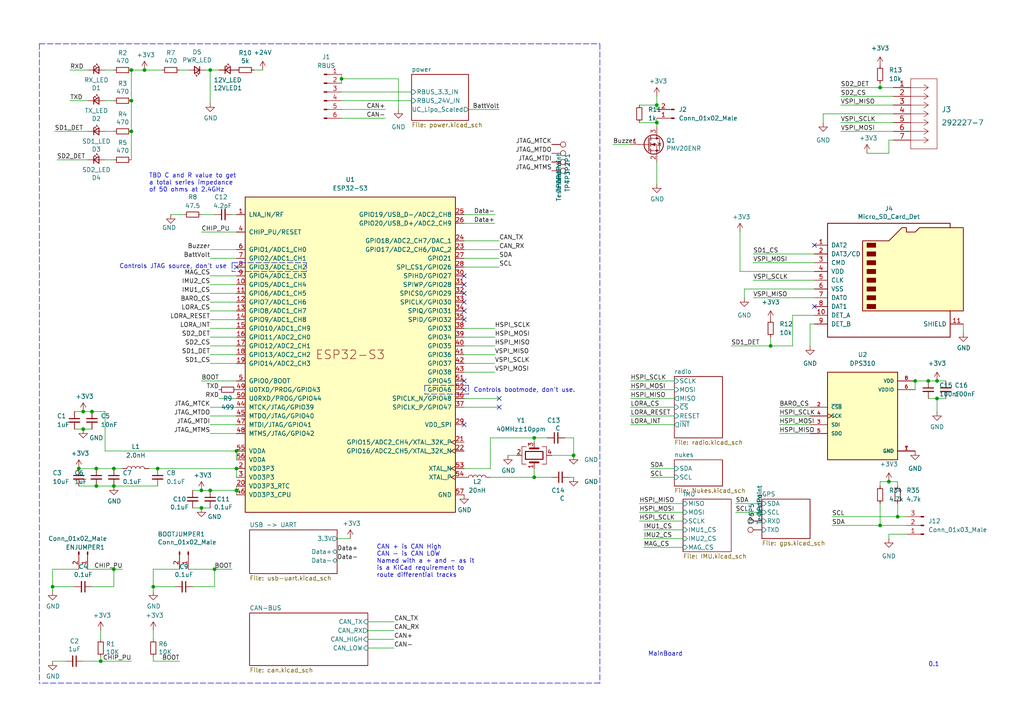
<source format=kicad_sch>
(kicad_sch (version 20211123) (generator eeschema)
  (paper "A4")
  (lib_symbols
    (symbol "Connector:Conn_01x02_Male" (pin_names (offset 1.016) hide)
      (property "Reference" "J" (at 0 2.54 0))
      (property "Value" "Conn_01x02_Male" (at 0 -5.08 0))
      (symbol "Conn_01x02_Male_1_1"
        (pin passive line (at 5.08 0 180) (length 3.81) (name "Pin_1") (number "1"))
        (pin passive line (at 5.08 -2.54 180) (length 3.81) (name "Pin_2") (number "2"))
      )
    )
    (symbol "Connector:Conn_01x03_Male" (pin_names (offset 1.016) hide)
      (property "Reference" "J" (at 0 5.08 0))
      (property "Value" "Conn_01x03_Male" (at 0 -5.08 0))
      (symbol "Conn_01x03_Male_1_1"
        (pin passive line (at 5.08 2.54 180) (length 3.81) (name "Pin_1") (number "1"))
        (pin passive line (at 5.08 0 180) (length 3.81) (name "Pin_2") (number "2"))
        (pin passive line (at 5.08 -2.54 180) (length 3.81) (name "Pin_3") (number "3"))
      )
    )
    (symbol "Connector:Conn_01x06_Male" (pin_names (offset 1.016) hide)
      (property "Reference" "J" (at 0 7.62 0))
      (property "Value" "Conn_01x06_Male" (at 0 -10.16 0))
      (symbol "Conn_01x06_Male_1_1"
        (pin passive line (at 5.08 5.08 180) (length 3.81) (name "Pin_1") (number "1"))
        (pin passive line (at 5.08 2.54 180) (length 3.81) (name "Pin_2") (number "2"))
        (pin passive line (at 5.08 0 180) (length 3.81) (name "Pin_3") (number "3"))
        (pin passive line (at 5.08 -2.54 180) (length 3.81) (name "Pin_4") (number "4"))
        (pin passive line (at 5.08 -5.08 180) (length 3.81) (name "Pin_5") (number "5"))
        (pin passive line (at 5.08 -7.62 180) (length 3.81) (name "Pin_6") (number "6"))
      )
    )
    (symbol "Connector:Micro_SD_Card_Det_Hirose_DM3AT" (pin_names (offset 1.016))
      (property "Reference" "J" (at -16.51 17.78 0))
      (property "Value" "Micro_SD_Card_Det_Hirose_DM3AT" (at 16.51 17.78 0))
      (symbol "Micro_SD_Card_Det_Hirose_DM3AT_1_1"
        (pin bidirectional line (at -22.86 10.16 0) (length 3.81) (name "DAT2") (number "1"))
        (pin passive line (at -22.86 -10.16 0) (length 3.81) (name "DET_A") (number "10"))
        (pin passive line (at 20.32 -12.7 180) (length 3.81) (name "SHIELD") (number "11"))
        (pin bidirectional line (at -22.86 7.62 0) (length 3.81) (name "DAT3/CD") (number "2"))
        (pin input line (at -22.86 5.08 0) (length 3.81) (name "CMD") (number "3"))
        (pin power_in line (at -22.86 2.54 0) (length 3.81) (name "VDD") (number "4"))
        (pin input line (at -22.86 0 0) (length 3.81) (name "CLK") (number "5"))
        (pin power_in line (at -22.86 -2.54 0) (length 3.81) (name "VSS") (number "6"))
        (pin bidirectional line (at -22.86 -5.08 0) (length 3.81) (name "DAT0") (number "7"))
        (pin bidirectional line (at -22.86 -7.62 0) (length 3.81) (name "DAT1") (number "8"))
        (pin passive line (at -22.86 -12.7 0) (length 3.81) (name "DET_B") (number "9"))
      )
    )
    (symbol "Connector:TestPoint" (pin_numbers hide) (pin_names (offset 0.762) hide)
      (property "Reference" "TP" (at 0 6.858 0))
      (property "Value" "TestPoint" (at 0 5.08 0))
      (symbol "TestPoint_1_1"
        (pin passive line (at 0 0 90) (length 2.54) (name "1") (number "1"))
      )
    )
    (symbol "Device:C_Small" (pin_numbers hide) (pin_names (offset 0.254) hide)
      (property "Reference" "C" (at 0.254 1.778 0))
      (property "Value" "C_Small" (at 0.254 -2.032 0))
      (symbol "C_Small_1_1"
        (pin passive line (at 0 2.54 270) (length 2.032) (name "~") (number "1"))
        (pin passive line (at 0 -2.54 90) (length 2.032) (name "~") (number "2"))
      )
    )
    (symbol "Device:Crystal_GND24" (pin_names (offset 1.016) hide)
      (property "Reference" "Y" (at 3.175 5.08 0))
      (property "Value" "Crystal_GND24" (at 3.175 3.175 0))
      (symbol "Crystal_GND24_1_1"
        (pin passive line (at -3.81 0 0) (length 1.27) (name "1") (number "1"))
        (pin passive line (at 0 5.08 270) (length 1.27) (name "2") (number "2"))
        (pin passive line (at 3.81 0 180) (length 1.27) (name "3") (number "3"))
        (pin passive line (at 0 -5.08 90) (length 1.27) (name "4") (number "4"))
      )
    )
    (symbol "Device:L" (pin_numbers hide) (pin_names (offset 1.016) hide)
      (property "Reference" "L" (at -1.27 0 90))
      (property "Value" "L" (at 1.905 0 90))
      (symbol "L_1_1"
        (pin passive line (at 0 3.81 270) (length 1.27) (name "1") (number "1"))
        (pin passive line (at 0 -3.81 90) (length 1.27) (name "2") (number "2"))
      )
    )
    (symbol "Device:LED_Small" (pin_numbers hide) (pin_names (offset 0.254) hide)
      (property "Reference" "D" (at -1.27 3.175 0))
      (property "Value" "LED_Small" (at -4.445 -2.54 0))
      (symbol "LED_Small_1_1"
        (pin passive line (at -2.54 0 0) (length 1.778) (name "K") (number "1"))
        (pin passive line (at 2.54 0 180) (length 1.778) (name "A") (number "2"))
      )
    )
    (symbol "Device:Q_NMOS_GSD" (pin_names (offset 0) hide)
      (property "Reference" "Q" (at 5.08 1.27 0))
      (property "Value" "Q_NMOS_GSD" (at 5.08 -1.27 0))
      (symbol "Q_NMOS_GSD_1_1"
        (pin input line (at -5.08 0 0) (length 2.54) (name "G") (number "1"))
        (pin passive line (at 2.54 -5.08 90) (length 2.54) (name "S") (number "2"))
        (pin passive line (at 2.54 5.08 270) (length 2.54) (name "D") (number "3"))
      )
    )
    (symbol "Device:R_Small" (pin_numbers hide) (pin_names (offset 0.254) hide)
      (property "Reference" "R" (at 0.762 0.508 0))
      (property "Value" "R_Small" (at 0.762 -1.016 0))
      (symbol "R_Small_1_1"
        (pin passive line (at 0 2.54 270) (length 0.762) (name "~") (number "1"))
        (pin passive line (at 0 -2.54 90) (length 0.762) (name "~") (number "2"))
      )
    )
    (symbol "Espressif:ESP32-S3" (pin_names (offset 1.016))
      (property "Reference" "U" (at 0 48.26 0))
      (property "Value" "ESP32-S3" (at 0 -48.26 0))
      (symbol "ESP32-S3_0_0"
        (text "ESP32-S3" (at 0 0 0) (effects (font (size 2.54 2.54))))
        (pin bidirectional line (at 33.02 -12.7 180) (length 2.54) (name "SPICLK_N/GPIO48") (number "36"))
        (pin bidirectional line (at 33.02 -15.24 180) (length 2.54) (name "SPICLK_P/GPIO47") (number "37"))
      )
      (symbol "ESP32-S3_1_1"
        (pin bidirectional line (at -33.02 40.64 0) (length 2.54) (name "LNA_IN/RF") (number "1"))
        (pin bidirectional line (at -33.02 20.32 0) (length 2.54) (name "GPIO5/ADC1_CH4") (number "10"))
        (pin bidirectional line (at -33.02 17.78 0) (length 2.54) (name "GPIO6/ADC1_CH5") (number "11"))
        (pin bidirectional line (at -33.02 15.24 0) (length 2.54) (name "GPIO7/ADC1_CH6") (number "12"))
        (pin bidirectional line (at -33.02 12.7 0) (length 2.54) (name "GPIO8/ADC1_CH7") (number "13"))
        (pin bidirectional line (at -33.02 10.16 0) (length 2.54) (name "GPIO9/ADC1_CH8") (number "14"))
        (pin bidirectional line (at -33.02 7.62 0) (length 2.54) (name "GPIO10/ADC1_CH9") (number "15"))
        (pin bidirectional line (at -33.02 5.08 0) (length 2.54) (name "GPIO11/ADC2_CH0") (number "16"))
        (pin bidirectional line (at -33.02 2.54 0) (length 2.54) (name "GPIO12/ADC2_CH1") (number "17"))
        (pin bidirectional line (at -33.02 0 0) (length 2.54) (name "GPIO13/ADC2_CH2") (number "18"))
        (pin bidirectional line (at -33.02 -2.54 0) (length 2.54) (name "GPIO14/ADC2_CH3") (number "19"))
        (pin power_in line (at -33.02 -33.02 0) (length 2.54) (name "VDD3P3") (number "2"))
        (pin power_in line (at -33.02 -38.1 0) (length 2.54) (name "VDD3P3_RTC") (number "20"))
        (pin input clock (at 33.02 -25.4 180) (length 2.54) (name "GPIO15/ADC2_CH4/XTAL_32K_P") (number "21"))
        (pin output clock (at 33.02 -27.94 180) (length 2.54) (name "GPIO16/ADC2_CH5/XTAL_32K_N") (number "22"))
        (pin bidirectional line (at 33.02 30.48 180) (length 2.54) (name "GPIO17/ADC2_CH6/DAC_2") (number "23"))
        (pin bidirectional line (at 33.02 33.02 180) (length 2.54) (name "GPIO18/ADC2_CH7/DAC_1") (number "24"))
        (pin bidirectional line (at 33.02 40.64 180) (length 2.54) (name "GPIO19/USB_D-/ADC2_CH8") (number "25"))
        (pin bidirectional line (at 33.02 38.1 180) (length 2.54) (name "GPIO20/USB_D+/ADC2_CH9") (number "26"))
        (pin bidirectional line (at 33.02 27.94 180) (length 2.54) (name "GPIO21") (number "27"))
        (pin bidirectional line (at 33.02 25.4 180) (length 2.54) (name "SPI_CS1/GPIO26") (number "28"))
        (pin power_out line (at 33.02 -20.32 180) (length 2.54) (name "VDD_SPI") (number "29"))
        (pin power_in line (at -33.02 -35.56 0) (length 2.54) (name "VDD3P3") (number "3"))
        (pin bidirectional line (at 33.02 22.86 180) (length 2.54) (name "SPIHD/GPIO27") (number "30"))
        (pin bidirectional line (at 33.02 20.32 180) (length 2.54) (name "SPIWP/GPIO28") (number "31"))
        (pin bidirectional line (at 33.02 17.78 180) (length 2.54) (name "SPICS0/GPIO29") (number "32"))
        (pin bidirectional line (at 33.02 15.24 180) (length 2.54) (name "SPICLK/GPIO30") (number "33"))
        (pin bidirectional line (at 33.02 12.7 180) (length 2.54) (name "SPIQ/GPIO31") (number "34"))
        (pin bidirectional line (at 33.02 10.16 180) (length 2.54) (name "SPID/GPIO32") (number "35"))
        (pin bidirectional line (at 33.02 7.62 180) (length 2.54) (name "GPIO33") (number "38"))
        (pin bidirectional line (at 33.02 5.08 180) (length 2.54) (name "GPIO34") (number "39"))
        (pin input line (at -33.02 35.56 0) (length 2.54) (name "CHIP_PU/RESET") (number "4"))
        (pin bidirectional line (at 33.02 2.54 180) (length 2.54) (name "GPIO35") (number "40"))
        (pin bidirectional line (at 33.02 0 180) (length 2.54) (name "GPIO36") (number "41"))
        (pin bidirectional line (at 33.02 -2.54 180) (length 2.54) (name "GPIO37") (number "42"))
        (pin bidirectional line (at 33.02 -5.08 180) (length 2.54) (name "GPIO38") (number "43"))
        (pin bidirectional line (at -33.02 -15.24 0) (length 2.54) (name "MTCK/JTAG/GPIO39") (number "44"))
        (pin bidirectional line (at -33.02 -17.78 0) (length 2.54) (name "MTDO/JTAG/GPIO40") (number "45"))
        (pin power_in line (at -33.02 -40.64 0) (length 2.54) (name "VDD3P3_CPU") (number "46"))
        (pin bidirectional line (at -33.02 -20.32 0) (length 2.54) (name "MTDI/JTAG/GPIO41") (number "47"))
        (pin bidirectional line (at -33.02 -22.86 0) (length 2.54) (name "MTMS/JTAG/GPIO42") (number "48"))
        (pin bidirectional line (at -33.02 -10.16 0) (length 2.54) (name "U0TXD/PROG/GPIO43") (number "49"))
        (pin bidirectional line (at -33.02 -7.62 0) (length 2.54) (name "GPIO0/BOOT") (number "5"))
        (pin bidirectional line (at -33.02 -12.7 0) (length 2.54) (name "U0RXD/PROG/GPIO44") (number "50"))
        (pin bidirectional line (at 33.02 -7.62 180) (length 2.54) (name "GPIO45") (number "51"))
        (pin bidirectional line (at 33.02 -10.16 180) (length 2.54) (name "GPIO46") (number "52"))
        (pin input clock (at 33.02 -33.02 180) (length 2.54) (name "XTAL_N") (number "53"))
        (pin output clock (at 33.02 -35.56 180) (length 2.54) (name "XTAL_P") (number "54"))
        (pin power_in line (at -33.02 -27.94 0) (length 2.54) (name "VDDA") (number "55"))
        (pin power_in line (at -33.02 -30.48 0) (length 2.54) (name "VDDA") (number "56"))
        (pin power_in line (at 33.02 -40.64 180) (length 2.54) (name "GND") (number "57"))
        (pin bidirectional line (at -33.02 30.48 0) (length 2.54) (name "GPIO1/ADC1_CH0") (number "6"))
        (pin bidirectional line (at -33.02 27.94 0) (length 2.54) (name "GPIO2/ADC1_CH1") (number "7"))
        (pin bidirectional line (at -33.02 25.4 0) (length 2.54) (name "GPIO3/ADC1_CH2") (number "8"))
        (pin bidirectional line (at -33.02 22.86 0) (length 2.54) (name "GPIO4/ADC1_CH3") (number "9"))
      )
    )
    (symbol "iclr:292227-7" (pin_names (offset 0.254) hide)
      (property "Reference" "J" (at 8.89 6.35 0))
      (property "Value" "292227-7" (at 10.16 -7.62 0))
      (symbol "292227-7_1_1"
        (pin unspecified line (at 0 0 0) (length 5.08) (name "1") (number "1"))
        (pin unspecified line (at 0 -2.54 0) (length 5.08) (name "2") (number "2"))
        (pin unspecified line (at 0 -5.08 0) (length 5.08) (name "3") (number "3"))
        (pin unspecified line (at 0 -7.62 0) (length 5.08) (name "4") (number "4"))
        (pin unspecified line (at 0 -10.16 0) (length 5.08) (name "5") (number "5"))
        (pin unspecified line (at 0 -12.7 0) (length 5.08) (name "6") (number "6"))
        (pin unspecified line (at 0 -15.24 0) (length 5.08) (name "7") (number "7"))
      )
    )
    (symbol "iclr:DPS310" (pin_names (offset 1.016))
      (property "Reference" "U" (at -10.16 13.97 0))
      (property "Value" "DPS310" (at -10.16 -13.97 0))
      (symbol "DPS310_0_0"
        (pin power_in line (at 15.24 -10.16 180) (length 5.08) (name "GND") (number "1"))
        (pin input line (at -15.24 2.54 0) (length 5.08) (name "~{CSB}") (number "2"))
        (pin bidirectional line (at -15.24 -2.54 0) (length 5.08) (name "SDI") (number "3"))
        (pin input clock (at -15.24 0 0) (length 5.08) (name "SCK") (number "4"))
        (pin output line (at -15.24 -5.08 0) (length 5.08) (name "SDO") (number "5"))
        (pin power_in line (at 15.24 7.62 180) (length 5.08) (name "VDDIO") (number "6"))
        (pin power_in line (at 15.24 -10.16 180) (length 5.08) (name "GND") (number "7"))
        (pin power_in line (at 15.24 10.16 180) (length 5.08) (name "VDD") (number "8"))
      )
    )
    (symbol "power:+24V" (power) (pin_names (offset 0))
      (property "Value" "+24V" (at 0 3.556 0))
      (symbol "+24V_1_1"
        (pin power_in line (at 0 0 90) (length 0) hide (name "+24V") (number "1"))
      )
    )
    (symbol "power:+3.3V" (power) (pin_names (offset 0))
      (property "Value" "+3.3V" (at 0 3.556 0))
      (symbol "+3.3V_1_1"
        (pin power_in line (at 0 0 90) (length 0) hide (name "+3V3") (number "1"))
      )
    )
    (symbol "power:GND" (power) (pin_names (offset 0))
      (property "Value" "GND" (at 0 -3.81 0))
      (symbol "GND_1_1"
        (pin power_in line (at 0 0 270) (length 0) hide (name "GND") (number "1"))
      )
    )
  )
  (junction (at 190.5 30.48))
  (junction (at 45.72 135.89))
  (junction (at 33.02 140.97))
  (junction (at 33.02 165.1))
  (junction (at 22.86 135.89))
  (junction (at 41.91 20.32))
  (junction (at 154.94 138.43))
  (junction (at 269.24 110.49))
  (junction (at 255.27 152.4))
  (junction (at 24.13 119.38))
  (junction (at 26.67 119.38))
  (junction (at 99.06 22.86))
  (junction (at 15.24 170.18))
  (junction (at 58.42 147.32))
  (junction (at 60.96 142.24))
  (junction (at 33.02 135.89))
  (junction (at 29.21 191.77))
  (junction (at 24.13 124.46))
  (junction (at 38.1 29.21))
  (junction (at 154.94 127))
  (junction (at 44.45 170.18))
  (junction (at 265.43 110.49))
  (junction (at 166.37 132.08))
  (junction (at 223.52 100.33))
  (junction (at 62.23 165.1))
  (junction (at 68.58 135.89))
  (junction (at 68.58 130.81))
  (junction (at 271.78 110.49))
  (junction (at 27.94 140.97))
  (junction (at 260.35 149.86))
  (junction (at 38.1 38.1))
  (junction (at 257.81 139.7))
  (junction (at 38.1 20.32))
  (junction (at 190.5 35.56))
  (junction (at 255.27 25.4))
  (junction (at 58.42 142.24))
  (junction (at 60.96 20.32))
  (junction (at 27.94 135.89))
  (junction (at 271.78 115.57))
  (junction (at 68.58 142.24))
  (no_connect (at 236.22 71.12))
  (no_connect (at 134.62 110.49))
  (no_connect (at 236.22 88.9))
  (no_connect (at 144.78 118.11))
  (no_connect (at 134.62 90.17))
  (no_connect (at 134.62 80.01))
  (no_connect (at 134.62 92.71))
  (no_connect (at 134.62 113.03))
  (no_connect (at 144.78 115.57))
  (no_connect (at 68.58 77.47))
  (no_connect (at 134.62 123.19))
  (no_connect (at 134.62 82.55))
  (no_connect (at 134.62 85.09))
  (no_connect (at 134.62 87.63))
  (wire (pts (xy 226.06 120.65) (xy 234.95 120.65)))
  (wire (pts (xy 99.06 22.86) (xy 115.57 22.86)))
  (wire (pts (xy 60.96 20.32) (xy 59.69 20.32)))
  (wire (pts (xy 44.45 182.88) (xy 44.45 185.42)))
  (wire (pts (xy 190.5 27.94) (xy 190.5 30.48)))
  (wire (pts (xy 134.62 105.41) (xy 143.51 105.41)))
  (wire (pts (xy 134.62 95.25) (xy 143.51 95.25)))
  (wire (pts (xy 260.35 146.05) (xy 260.35 149.86)))
  (wire (pts (xy 160.02 132.08) (xy 166.37 132.08)))
  (wire (pts (xy 58.42 147.32) (xy 60.96 147.32)))
  (wire (pts (xy 134.62 118.11) (xy 144.78 118.11)))
  (wire (pts (xy 269.24 115.57) (xy 271.78 115.57)))
  (wire (pts (xy 182.88 110.49) (xy 195.58 110.49)))
  (wire (pts (xy 22.86 140.97) (xy 27.94 140.97)))
  (wire (pts (xy 60.96 92.71) (xy 68.58 92.71)))
  (wire (pts (xy 29.21 191.77) (xy 29.21 190.5)))
  (wire (pts (xy 60.96 74.93) (xy 68.58 74.93)))
  (wire (pts (xy 241.3 152.4) (xy 255.27 152.4)))
  (wire (pts (xy 15.24 165.1) (xy 15.24 170.18)))
  (wire (pts (xy 238.76 33.02) (xy 238.76 35.56)))
  (wire (pts (xy 154.94 127) (xy 154.94 128.27)))
  (wire (pts (xy 55.88 142.24) (xy 58.42 142.24)))
  (wire (pts (xy 44.45 165.1) (xy 52.07 165.1)))
  (wire (pts (xy 229.87 100.33) (xy 223.52 100.33)))
  (wire (pts (xy 226.06 125.73) (xy 234.95 125.73)))
  (wire (pts (xy 21.59 119.38) (xy 24.13 119.38)))
  (wire (pts (xy 63.5 20.32) (xy 60.96 20.32)))
  (wire (pts (xy 226.06 118.11) (xy 234.95 118.11)))
  (wire (pts (xy 30.48 20.32) (xy 33.02 20.32)))
  (wire (pts (xy 182.88 120.65) (xy 195.58 120.65)))
  (wire (pts (xy 38.1 20.32) (xy 41.91 20.32)))
  (wire (pts (xy 234.95 100.33) (xy 234.95 93.98)))
  (wire (pts (xy 15.24 170.18) (xy 15.24 171.45)))
  (wire (pts (xy 99.06 21.59) (xy 99.06 22.86)))
  (wire (pts (xy 38.1 29.21) (xy 38.1 38.1)))
  (wire (pts (xy 215.9 83.82) (xy 215.9 86.36)))
  (wire (pts (xy 255.27 140.97) (xy 255.27 139.7)))
  (wire (pts (xy 44.45 165.1) (xy 44.45 170.18)))
  (wire (pts (xy 134.62 102.87) (xy 143.51 102.87)))
  (wire (pts (xy 63.5 115.57) (xy 68.58 115.57)))
  (wire (pts (xy 97.79 156.21) (xy 101.6 156.21)))
  (wire (pts (xy 243.84 27.94) (xy 259.08 27.94)))
  (wire (pts (xy 251.46 44.45) (xy 257.81 44.45)))
  (wire (pts (xy 21.59 170.18) (xy 15.24 170.18)))
  (wire (pts (xy 99.06 22.86) (xy 99.06 24.13)))
  (wire (pts (xy 33.02 140.97) (xy 45.72 140.97)))
  (wire (pts (xy 27.94 135.89) (xy 33.02 135.89)))
  (wire (pts (xy 265.43 110.49) (xy 265.43 113.03)))
  (polyline (pts (xy 123.19 111.76) (xy 123.19 114.3)))
  (wire (pts (xy 52.07 191.77) (xy 44.45 191.77)))
  (polyline (pts (xy 135.89 114.3) (xy 123.19 114.3)))
  (wire (pts (xy 218.44 76.2) (xy 236.22 76.2)))
  (wire (pts (xy 147.32 132.08) (xy 149.86 132.08)))
  (wire (pts (xy 38.1 38.1) (xy 38.1 46.355)))
  (wire (pts (xy 55.88 170.18) (xy 62.23 170.18)))
  (wire (pts (xy 214.63 67.31) (xy 214.63 78.74)))
  (wire (pts (xy 215.9 83.82) (xy 236.22 83.82)))
  (wire (pts (xy 60.96 72.39) (xy 68.58 72.39)))
  (wire (pts (xy 60.96 125.73) (xy 68.58 125.73)))
  (wire (pts (xy 190.5 46.99) (xy 190.5 53.34)))
  (wire (pts (xy 188.595 135.89) (xy 195.58 135.89)))
  (wire (pts (xy 255.27 152.4) (xy 262.89 152.4)))
  (wire (pts (xy 218.44 81.28) (xy 236.22 81.28)))
  (wire (pts (xy 60.96 80.01) (xy 68.58 80.01)))
  (wire (pts (xy 49.53 62.23) (xy 53.34 62.23)))
  (wire (pts (xy 142.24 135.89) (xy 142.24 127)))
  (wire (pts (xy 60.96 90.17) (xy 68.58 90.17)))
  (wire (pts (xy 24.13 191.77) (xy 29.21 191.77)))
  (wire (pts (xy 134.62 74.93) (xy 144.78 74.93)))
  (wire (pts (xy 220.98 148.59) (xy 213.36 148.59)))
  (wire (pts (xy 45.72 135.89) (xy 68.58 135.89)))
  (wire (pts (xy 243.84 25.4) (xy 255.27 25.4)))
  (wire (pts (xy 134.62 72.39) (xy 144.78 72.39)))
  (wire (pts (xy 188.595 138.43) (xy 195.58 138.43)))
  (wire (pts (xy 186.69 158.75) (xy 198.12 158.75)))
  (wire (pts (xy 20.32 20.32) (xy 25.4 20.32)))
  (wire (pts (xy 220.98 146.05) (xy 213.36 146.05)))
  (wire (pts (xy 243.84 38.1) (xy 259.08 38.1)))
  (wire (pts (xy 52.07 20.32) (xy 54.61 20.32)))
  (wire (pts (xy 41.91 20.32) (xy 46.99 20.32)))
  (wire (pts (xy 279.4 96.52) (xy 279.4 93.98)))
  (wire (pts (xy 60.96 142.24) (xy 68.58 142.24)))
  (wire (pts (xy 134.62 69.85) (xy 144.78 69.85)))
  (wire (pts (xy 67.31 62.23) (xy 68.58 62.23)))
  (wire (pts (xy 30.48 130.81) (xy 68.58 130.81)))
  (wire (pts (xy 26.67 170.18) (xy 33.02 170.18)))
  (wire (pts (xy 186.69 156.21) (xy 198.12 156.21)))
  (wire (pts (xy 158.75 127) (xy 154.94 127)))
  (wire (pts (xy 99.06 29.21) (xy 119.38 29.21)))
  (wire (pts (xy 25.4 165.1) (xy 33.02 165.1)))
  (polyline (pts (xy 135.89 111.76) (xy 135.89 114.3)))
  (wire (pts (xy 257.81 139.7) (xy 260.35 139.7)))
  (wire (pts (xy 182.88 41.91) (xy 177.8 41.91)))
  (wire (pts (xy 33.02 170.18) (xy 33.02 165.1)))
  (wire (pts (xy 30.48 29.21) (xy 33.02 29.21)))
  (wire (pts (xy 166.37 127) (xy 163.83 127)))
  (wire (pts (xy 182.88 113.03) (xy 195.58 113.03)))
  (wire (pts (xy 21.59 124.46) (xy 24.13 124.46)))
  (wire (pts (xy 190.5 35.56) (xy 190.5 36.83)))
  (wire (pts (xy 15.24 191.77) (xy 19.05 191.77)))
  (wire (pts (xy 29.21 182.88) (xy 29.21 185.42)))
  (wire (pts (xy 68.58 142.24) (xy 68.58 140.97)))
  (wire (pts (xy 243.84 30.48) (xy 259.08 30.48)))
  (wire (pts (xy 43.18 135.89) (xy 45.72 135.89)))
  (wire (pts (xy 271.78 110.49) (xy 269.24 110.49)))
  (wire (pts (xy 166.37 138.43) (xy 165.1 138.43)))
  (polyline (pts (xy 67.31 76.2) (xy 67.31 78.74)))
  (wire (pts (xy 58.42 142.24) (xy 60.96 142.24)))
  (wire (pts (xy 68.58 142.24) (xy 68.58 143.51)))
  (wire (pts (xy 68.58 130.81) (xy 68.58 133.35)))
  (wire (pts (xy 134.62 100.33) (xy 143.51 100.33)))
  (wire (pts (xy 54.61 165.1) (xy 62.23 165.1)))
  (polyline (pts (xy 11.43 12.7) (xy 11.43 198.12)))
  (wire (pts (xy 24.13 119.38) (xy 26.67 119.38)))
  (wire (pts (xy 229.87 91.44) (xy 229.87 100.33)))
  (wire (pts (xy 257.81 44.45) (xy 257.81 40.64)))
  (wire (pts (xy 271.78 110.49) (xy 274.32 110.49)))
  (wire (pts (xy 106.68 187.96) (xy 114.3 187.96)))
  (wire (pts (xy 106.68 182.88) (xy 114.3 182.88)))
  (wire (pts (xy 60.96 120.65) (xy 68.58 120.65)))
  (wire (pts (xy 60.96 100.33) (xy 68.58 100.33)))
  (polyline (pts (xy 123.19 111.76) (xy 135.89 111.76)))
  (wire (pts (xy 20.32 29.21) (xy 25.4 29.21)))
  (wire (pts (xy 265.43 110.49) (xy 269.24 110.49)))
  (wire (pts (xy 260.35 149.86) (xy 262.89 149.86)))
  (wire (pts (xy 76.2 20.32) (xy 73.66 20.32)))
  (wire (pts (xy 22.86 135.89) (xy 27.94 135.89)))
  (wire (pts (xy 190.5 30.48) (xy 190.5 31.75)))
  (wire (pts (xy 106.68 185.42) (xy 114.3 185.42)))
  (wire (pts (xy 182.88 115.57) (xy 195.58 115.57)))
  (wire (pts (xy 27.94 140.97) (xy 33.02 140.97)))
  (wire (pts (xy 229.87 91.44) (xy 236.22 91.44)))
  (wire (pts (xy 218.44 86.36) (xy 236.22 86.36)))
  (wire (pts (xy 60.96 97.79) (xy 68.58 97.79)))
  (wire (pts (xy 99.06 26.67) (xy 119.38 26.67)))
  (wire (pts (xy 24.13 124.46) (xy 26.67 124.46)))
  (wire (pts (xy 55.88 147.32) (xy 58.42 147.32)))
  (wire (pts (xy 134.62 115.57) (xy 144.78 115.57)))
  (wire (pts (xy 166.37 127) (xy 166.37 132.08)))
  (wire (pts (xy 44.45 170.18) (xy 44.45 171.45)))
  (wire (pts (xy 134.62 107.95) (xy 143.51 107.95)))
  (wire (pts (xy 185.42 35.56) (xy 190.5 35.56)))
  (wire (pts (xy 212.09 100.33) (xy 223.52 100.33)))
  (wire (pts (xy 185.42 30.48) (xy 190.5 30.48)))
  (wire (pts (xy 234.95 93.98) (xy 236.22 93.98)))
  (wire (pts (xy 33.02 165.1) (xy 35.56 165.1)))
  (wire (pts (xy 257.81 154.94) (xy 262.89 154.94)))
  (wire (pts (xy 60.96 95.25) (xy 68.58 95.25)))
  (wire (pts (xy 226.06 123.19) (xy 234.95 123.19)))
  (wire (pts (xy 60.96 102.87) (xy 68.58 102.87)))
  (wire (pts (xy 60.96 118.11) (xy 68.58 118.11)))
  (wire (pts (xy 60.96 85.09) (xy 68.58 85.09)))
  (wire (pts (xy 135.89 31.75) (xy 144.78 31.75)))
  (wire (pts (xy 50.8 170.18) (xy 44.45 170.18)))
  (wire (pts (xy 99.06 31.75) (xy 111.76 31.75)))
  (wire (pts (xy 160.02 138.43) (xy 154.94 138.43)))
  (wire (pts (xy 271.78 119.38) (xy 271.78 115.57)))
  (wire (pts (xy 241.3 149.86) (xy 260.35 149.86)))
  (wire (pts (xy 62.23 170.18) (xy 62.23 165.1)))
  (wire (pts (xy 134.62 77.47) (xy 144.78 77.47)))
  (polyline (pts (xy 11.43 12.7) (xy 173.99 12.7)))
  (polyline (pts (xy 173.99 198.12) (xy 11.43 198.12)))
  (wire (pts (xy 58.42 110.49) (xy 68.58 110.49)))
  (wire (pts (xy 257.81 156.21) (xy 257.81 154.94)))
  (wire (pts (xy 29.21 191.77) (xy 38.1 191.77)))
  (wire (pts (xy 134.62 97.79) (xy 143.51 97.79)))
  (polyline (pts (xy 67.31 76.2) (xy 88.9 76.2)))
  (wire (pts (xy 243.84 35.56) (xy 259.08 35.56)))
  (wire (pts (xy 67.31 165.1) (xy 62.23 165.1)))
  (wire (pts (xy 186.69 153.67) (xy 198.12 153.67)))
  (wire (pts (xy 255.27 25.4) (xy 259.08 25.4)))
  (wire (pts (xy 30.48 38.1) (xy 33.02 38.1)))
  (wire (pts (xy 68.58 135.89) (xy 68.58 138.43)))
  (wire (pts (xy 255.27 146.05) (xy 255.27 152.4)))
  (wire (pts (xy 154.94 135.89) (xy 154.94 138.43)))
  (wire (pts (xy 214.63 78.74) (xy 236.22 78.74)))
  (wire (pts (xy 16.51 46.355) (xy 25.4 46.355)))
  (wire (pts (xy 30.48 46.355) (xy 33.02 46.355)))
  (wire (pts (xy 134.62 135.89) (xy 142.24 135.89)))
  (wire (pts (xy 15.24 165.1) (xy 22.86 165.1)))
  (wire (pts (xy 134.62 62.23) (xy 143.51 62.23)))
  (wire (pts (xy 185.42 151.13) (xy 198.12 151.13)))
  (wire (pts (xy 223.52 100.33) (xy 223.52 97.79)))
  (wire (pts (xy 33.02 135.89) (xy 35.56 135.89)))
  (polyline (pts (xy 88.9 76.2) (xy 88.9 78.74)))
  (wire (pts (xy 255.27 25.4) (xy 255.27 24.13)))
  (wire (pts (xy 182.88 118.11) (xy 195.58 118.11)))
  (wire (pts (xy 60.96 87.63) (xy 68.58 87.63)))
  (wire (pts (xy 58.42 67.31) (xy 68.58 67.31)))
  (wire (pts (xy 185.42 146.05) (xy 198.12 146.05)))
  (wire (pts (xy 15.875 38.1) (xy 25.4 38.1)))
  (wire (pts (xy 182.88 123.19) (xy 195.58 123.19)))
  (wire (pts (xy 60.96 82.55) (xy 68.58 82.55)))
  (wire (pts (xy 106.68 180.34) (xy 114.3 180.34)))
  (wire (pts (xy 257.81 40.64) (xy 259.08 40.64)))
  (wire (pts (xy 60.96 123.19) (xy 68.58 123.19)))
  (wire (pts (xy 271.78 115.57) (xy 274.32 115.57)))
  (wire (pts (xy 60.96 20.32) (xy 60.96 29.845)))
  (wire (pts (xy 260.35 139.7) (xy 260.35 140.97)))
  (wire (pts (xy 218.44 73.66) (xy 236.22 73.66)))
  (wire (pts (xy 255.27 139.7) (xy 257.81 139.7)))
  (wire (pts (xy 185.42 148.59) (xy 198.12 148.59)))
  (wire (pts (xy 99.06 34.29) (xy 111.76 34.29)))
  (polyline (pts (xy 173.99 12.7) (xy 173.99 198.12)))
  (wire (pts (xy 58.42 62.23) (xy 62.23 62.23)))
  (wire (pts (xy 60.96 105.41) (xy 68.58 105.41)))
  (wire (pts (xy 30.48 119.38) (xy 30.48 130.81)))
  (wire (pts (xy 134.62 64.77) (xy 143.51 64.77)))
  (polyline (pts (xy 88.9 78.74) (xy 67.31 78.74)))
  (wire (pts (xy 115.57 22.86) (xy 115.57 31.75)))
  (wire (pts (xy 238.76 33.02) (xy 259.08 33.02)))
  (wire (pts (xy 190.5 34.29) (xy 190.5 35.56)))
  (wire (pts (xy 142.24 138.43) (xy 154.94 138.43)))
  (wire (pts (xy 44.45 191.77) (xy 44.45 190.5)))
  (wire (pts (xy 142.24 127) (xy 154.94 127)))
  (wire (pts (xy 26.67 119.38) (xy 30.48 119.38)))
  (wire (pts (xy 38.1 20.32) (xy 38.1 29.21)))
  (text "Controls JTAG source, don't use\n" (at 65.8157 78.0878 180) (effects (font (size 1.27 1.27)) (justify right bottom)))
  (text "TBD C and R value to get\na total series impedance\nof 50 ohms at 2.4GHz\n" (at 43.18 55.88 0) (effects (font (size 1.27 1.27)) (justify left bottom)))
  (text "CAN + is CAN High\nCAN - is CAN LOW\nNamed with a + and - as it\nis a KiCad requirement to\nroute differential tracks\n" (at 109.22 167.64 0) (effects (font (size 1.27 1.27)) (justify left bottom)))
  (text "MainBoard\n" (at 187.96 190.5 0) (effects (font (size 1.27 1.27)) (justify left bottom)))
  (text "Controls bootmode, don't use.\n" (at 137.3194 113.9757 0) (effects (font (size 1.27 1.27)) (justify left bottom)))
  (text "0.1\n\n" (at 269.24 195.58 0) (effects (font (size 1.27 1.27)) (justify left bottom)))
  (label "JTAG_MTMS" (at 60.96 125.73 180))
  (label "SDA" (at 213.36 146.05 0))
  (label "LORA_RESET" (at 182.88 120.65 0))
  (label "BOOT" (at 58.42 110.49 0))
  (label "IMU1_CS" (at 60.96 85.09 180))
  (label "JTAG_MTDO" (at 60.96 120.65 180))
  (label "JTAG_MTDO" (at 160.02 44.45 180))
  (label "IMU2_CS" (at 186.69 156.21 0))
  (label "VSPI_MISO" (at 243.84 30.48 0))
  (label "SD2_CS" (at 60.96 100.33 180))
  (label "LORA_INT" (at 60.96 95.25 180))
  (label "SDA" (at 241.3 152.4 0))
  (label "SCL" (at 241.3 149.86 0))
  (label "VSPI_MISO" (at 143.51 102.87 0))
  (label "CAN_RX" (at 144.78 72.39 0))
  (label "MAG_CS" (at 60.96 80.01 180))
  (label "LORA_CS" (at 182.88 118.11 0))
  (label "TXD" (at 20.32 29.21 0))
  (label "LORA_RESET" (at 60.96 92.71 180))
  (label "SD1_CS" (at 218.44 73.66 0))
  (label "RXD" (at 63.5 115.57 180))
  (label "SD1_DET" (at 212.09 100.33 0))
  (label "HSPI_MISO" (at 182.88 115.57 0))
  (label "VSPI_MOSI" (at 143.51 107.95 0))
  (label "SD2_DET" (at 16.51 46.355 0))
  (label "CHIP_PU" (at 35.56 165.1 180))
  (label "CAN-" (at 114.3 187.96 0))
  (label "CHIP_PU" (at 38.1 191.77 180))
  (label "Data+" (at 97.79 160.02 0))
  (label "HSPI_SCLK" (at 143.51 95.25 0))
  (label "LORA_CS" (at 60.96 90.17 180))
  (label "CAN-" (at 111.76 34.29 180))
  (label "HSPI_MOSI" (at 182.88 113.03 0))
  (label "HSPI_SCLK" (at 185.42 151.13 0))
  (label "SD1_DET" (at 15.875 38.1 0))
  (label "HSPI_SCLK" (at 182.88 110.49 0))
  (label "Data-" (at 143.51 62.23 180))
  (label "VSPI_SCLK" (at 143.51 105.41 0))
  (label "JTAG_MTCK" (at 60.96 118.11 180))
  (label "SDA" (at 144.78 74.93 0))
  (label "SCL" (at 144.78 77.47 0))
  (label "CAN_RX" (at 114.3 182.88 0))
  (label "HSPI_MISO" (at 185.42 146.05 0))
  (label "SCL" (at 213.36 148.59 0))
  (label "LORA_INT" (at 182.88 123.19 0))
  (label "CAN+" (at 114.3 185.42 0))
  (label "HSPI_MOSI" (at 185.42 148.59 0))
  (label "BattVolt" (at 60.96 74.93 180))
  (label "IMU1_CS" (at 186.69 153.67 0))
  (label "SD2_CS" (at 243.84 27.94 0))
  (label "HSPI_MISO" (at 226.06 125.73 0))
  (label "SDA" (at 188.595 135.89 0))
  (label "HSPI_MISO" (at 143.51 100.33 0))
  (label "Buzzer" (at 60.96 72.39 180))
  (label "Data+" (at 143.51 64.77 180))
  (label "BARO_CS" (at 226.06 118.11 0))
  (label "SD2_DET" (at 243.84 25.4 0))
  (label "VSPI_MISO" (at 218.44 86.36 0))
  (label "CAN_TX" (at 114.3 180.34 0))
  (label "CAN+" (at 111.76 31.75 180))
  (label "HSPI_MOSI" (at 226.06 123.19 0))
  (label "RXD" (at 20.32 20.32 0))
  (label "JTAG_MTCK" (at 160.02 41.91 180))
  (label "HSPI_SCLK" (at 226.06 120.65 0))
  (label "BOOT" (at 67.31 165.1 180))
  (label "BOOT" (at 52.07 191.77 180))
  (label "MAG_CS" (at 186.69 158.75 0))
  (label "IMU2_CS" (at 60.96 82.55 180))
  (label "HSPI_MOSI" (at 143.51 97.79 0))
  (label "BARO_CS" (at 60.96 87.63 180))
  (label "JTAG_MTDI" (at 60.96 123.19 180))
  (label "SD1_CS" (at 60.96 105.41 180))
  (label "VSPI_MOSI" (at 243.84 38.1 0))
  (label "VSPI_SCLK" (at 243.84 35.56 0))
  (label "SD2_DET" (at 60.96 97.79 180))
  (label "Buzzer" (at 177.8 41.91 0))
  (label "JTAG_MTMS" (at 160.02 49.53 180))
  (label "CHIP_PU" (at 58.42 67.31 0))
  (label "VSPI_SCLK" (at 218.44 81.28 0))
  (label "CAN_TX" (at 144.78 69.85 0))
  (label "SD1_DET" (at 60.96 102.87 180))
  (label "TXD" (at 63.5 113.03 180))
  (label "JTAG_MTDI" (at 160.02 46.99 180))
  (label "Data-" (at 97.79 162.56 0))
  (label "VSPI_MOSI" (at 218.44 76.2 0))
  (label "SCL" (at 188.595 138.43 0))
  (label "BattVolt" (at 144.78 31.75 180))
  (symbol (lib_id "power:+3.3V") (at 257.81 139.7 0) (unit 1)
    (property "Reference" "#PWR0130" (effects hide))
    (property "Value" "+3.3V" (at 257.81 134.62 0))
  )
  (symbol (lib_id "power:GND") (at 271.78 119.38 0) (unit 1)
    (property "Reference" "#PWR034" (effects hide))
    (property "Value" "GND" (at 271.78 123.825 0))
  )
  (symbol (lib_id "Device:C_Small") (at 27.94 138.43 0) (unit 1)
    (property "Reference" "C6" (at 21.59 137.16 0) (effects (justify left)))
    (property "Value" "1uF" (at 21.59 139.7 0) (effects (justify left)))
    (property "Footprint" "Capacitor_SMD:C_0402_1005Metric" (effects hide))
  )
  (symbol (lib_id "Device:C_Small") (at 274.32 113.03 0) (unit 1)
    (property "Reference" "C16" (at 276.86 111.7662 0) (effects (justify left)))
    (property "Value" "100nF" (at 276.86 114.3062 0) (effects (justify left)))
    (property "Footprint" "Capacitor_SMD:C_0402_1005Metric" (effects hide))
  )
  (symbol (lib_id "Connector:TestPoint") (at 160.02 44.45 270) (unit 1)
    (property "Reference" "TP2" (at 164.5921 46.99 0) (effects (justify left)))
    (property "Value" "TestPoint" (at 162.0521 46.99 0) (effects (justify left)))
    (property "Footprint" "TestPoint:TestPoint_Pad_D1.0mm" (effects hide))
  )
  (symbol (lib_id "Device:R_Small") (at 255.27 143.51 180) (unit 1)
    (property "Reference" "R34" (at 257.81 142.2399 0) (effects (justify right)))
    (property "Value" "4.7k" (at 257.81 144.7799 0) (effects (justify right)))
  )
  (symbol (lib_id "Device:LED_Small") (at 27.94 29.21 0) (unit 1)
    (property "Reference" "D2" (at 27.94 34.417 0))
    (property "Value" "TX_LED" (at 27.94 32.1056 0))
    (property "Footprint" "LED_SMD:LED_0402_1005Metric" (effects hide))
  )
  (symbol (lib_id "power:+3.3V") (at 41.91 20.32 0) (unit 1)
    (property "Reference" "#PWR08" (effects hide))
    (property "Value" "+3.3V" (at 42.291 15.9258 0))
  )
  (symbol (lib_id "power:GND") (at 44.45 171.45 0) (unit 1)
    (property "Reference" "#PWR09" (effects hide))
    (property "Value" "GND" (at 44.577 175.8442 0))
  )
  (symbol (lib_id "Connector:Conn_01x02_Male") (at 195.58 34.29 180) (unit 1)
    (property "Reference" "J2" (at 196.85 31.7499 0) (effects (justify right)))
    (property "Value" "Conn_01x02_Male" (at 196.85 34.2899 0) (effects (justify right)))
    (property "Footprint" "Connector_JST:JST_PH_B2B-PH-K_1x02_P2.00mm_Vertical" (effects hide))
  )
  (symbol (lib_id "Connector:Micro_SD_Card_Det_Hirose_DM3AT") (at 259.08 81.28 0) (unit 1)
    (property "Reference" "J4" (at 257.81 60.5282 0))
    (property "Value" "Micro_SD_Card_Det" (at 257.81 62.8396 0))
    (property "Footprint" "Connector_Card:microSD_HC_Hirose_DM3AT-SF-PEJM5" (effects hide))
    (property "Datasheet" "https://www.hirose.com/product/en/download_file/key_name/DM3/category/Catalog/doc_file_id/49662/?file_category_id=4&item_id=195&is_series=1" (effects hide))
  )
  (symbol (lib_id "Device:C_Small") (at 53.34 170.18 270) (unit 1)
    (property "Reference" "C9" (at 53.34 164.3634 90))
    (property "Value" "0.1uF" (at 53.34 166.6748 90))
    (property "Footprint" "Capacitor_SMD:C_0402_1005Metric" (effects hide))
  )
  (symbol (lib_id "power:+3.3V") (at 22.86 135.89 0) (unit 1)
    (property "Reference" "#PWR03" (effects hide))
    (property "Value" "+3.3V" (at 23.241 131.4958 0))
  )
  (symbol (lib_id "Device:R_Small") (at 255.27 21.59 0) (unit 1)
    (property "Reference" "R13" (at 257.81 20.3199 0) (effects (justify left)))
    (property "Value" "10k" (at 257.81 22.8599 0) (effects (justify left)))
    (property "Footprint" "Resistor_SMD:R_0402_1005Metric" (effects hide))
  )
  (symbol (lib_id "power:+3.3V") (at 58.42 142.24 0) (unit 1)
    (property "Reference" "#PWR012" (effects hide))
    (property "Value" "+3.3V" (at 58.801 137.8458 0))
  )
  (symbol (lib_id "power:GND") (at 234.95 100.33 0) (unit 1)
    (property "Reference" "#PWR027" (effects hide))
    (property "Value" "GND" (at 234.95 105.41 0))
  )
  (symbol (lib_id "Device:Q_NMOS_GSD") (at 187.96 41.91 0) (unit 1)
    (property "Reference" "Q1" (at 193.1924 40.7416 0) (effects (justify left)))
    (property "Value" "PMV20ENR" (at 193.1924 43.053 0) (effects (justify left)))
    (property "Footprint" "Package_TO_SOT_SMD:SOT-23" (effects hide))
  )
  (symbol (lib_id "Connector:TestPoint") (at 220.98 151.13 90) (unit 1)
    (property "Reference" "TP5" (at 217.9828 149.6568 0) (effects (justify left)))
    (property "Value" "TestPoint" (at 220.2942 149.6568 0) (effects (justify left)))
    (property "Footprint" "TestPoint:TestPoint_Pad_D1.0mm" (effects hide))
  )
  (symbol (lib_id "Device:L") (at 39.37 135.89 90) (unit 1)
    (property "Reference" "L1" (at 39.37 129.54 90))
    (property "Value" "2.0nH" (at 39.37 132.08 90))
    (property "Footprint" "Inductor_SMD:L_0402_1005Metric" (effects hide))
  )
  (symbol (lib_id "Connector:Conn_01x06_Male") (at 93.98 26.67 0) (unit 1)
    (property "Reference" "J1" (at 94.615 16.51 0))
    (property "Value" "RBUS" (at 94.615 19.05 0))
    (property "Footprint" "Connector_Molex:Molex_Mini-Fit_Jr_5566-06A_2x03_P4.20mm_Vertical" (effects hide))
  )
  (symbol (lib_id "Device:C_Small") (at 21.59 121.92 0) (unit 1)
    (property "Reference" "C1" (at 16.51 120.65 0) (effects (justify left)))
    (property "Value" "1uF" (at 16.51 123.19 0) (effects (justify left)))
    (property "Footprint" "Capacitor_SMD:C_0402_1005Metric" (effects hide))
  )
  (symbol (lib_id "power:+3.3V") (at 101.6 156.21 0) (unit 1)
    (property "Reference" "#PWR016" (effects hide))
    (property "Value" "+3.3V" (at 101.981 151.8158 0))
  )
  (symbol (lib_id "power:+3.3V") (at 214.63 67.31 0) (unit 1)
    (property "Reference" "#PWR024" (effects hide))
    (property "Value" "+3.3V" (at 215.011 62.9158 0))
  )
  (symbol (lib_id "Device:R_Small") (at 55.88 62.23 90) (unit 1)
    (property "Reference" "R8" (at 55.88 57.15 90))
    (property "Value" "47.5" (at 55.88 59.69 90))
    (property "Footprint" "Resistor_SMD:R_0402_1005Metric" (effects hide))
  )
  (symbol (lib_id "Device:C_Small") (at 64.77 62.23 90) (unit 1)
    (property "Reference" "C12" (at 66.04 57.15 90) (effects (justify left)))
    (property "Value" "4.2pF" (at 67.31 59.69 90) (effects (justify left)))
    (property "Footprint" "Capacitor_SMD:C_0402_1005Metric" (effects hide))
  )
  (symbol (lib_id "power:GND") (at 49.53 62.23 0) (unit 1)
    (property "Reference" "#PWR011" (effects hide))
    (property "Value" "GND" (at 46.99 66.04 0) (effects (justify left)))
  )
  (symbol (lib_id "power:+3.3V") (at 251.46 44.45 0) (unit 1)
    (property "Reference" "#PWR031" (effects hide))
    (property "Value" "+3.3V" (at 251.841 40.0558 0))
  )
  (symbol (lib_id "Device:C_Small") (at 21.59 191.77 270) (unit 1)
    (property "Reference" "C2" (at 21.59 185.9534 90))
    (property "Value" "1uF" (at 21.59 188.2648 90))
    (property "Footprint" "Capacitor_SMD:C_0402_1005Metric" (effects hide))
  )
  (symbol (lib_id "Device:R_Small") (at 44.45 187.96 0) (unit 1)
    (property "Reference" "R6" (at 45.9486 186.7916 0) (effects (justify left)))
    (property "Value" "10K" (at 45.9486 189.103 0) (effects (justify left)))
    (property "Footprint" "Resistor_SMD:R_0402_1005Metric" (effects hide))
  )
  (symbol (lib_id "power:GND") (at 190.5 53.34 0) (unit 1)
    (property "Reference" "#PWR023" (effects hide))
    (property "Value" "GND" (at 190.627 57.7342 0))
  )
  (symbol (lib_id "power:GND") (at 257.81 156.21 0) (unit 1)
    (property "Reference" "#PWR0131" (effects hide))
    (property "Value" "GND" (at 257.81 161.29 0))
  )
  (symbol (lib_id "Device:C_Small") (at 55.88 144.78 0) (unit 1)
    (property "Reference" "C10" (at 52.07 144.78 0))
    (property "Value" "0.1uF" (at 52.07 147.0914 0))
    (property "Footprint" "Capacitor_SMD:C_0402_1005Metric" (effects hide))
  )
  (symbol (lib_id "Device:R_Small") (at 185.42 33.02 0) (unit 1)
    (property "Reference" "R11" (at 187.96 31.7499 0) (effects (justify left)))
    (property "Value" "1k" (at 187.96 34.2899 0) (effects (justify left)))
    (property "Footprint" "Resistor_SMD:R_0402_1005Metric" (effects hide))
  )
  (symbol (lib_id "Connector:Conn_01x03_Male") (at 267.97 152.4 180) (unit 1)
    (property "Reference" "J12" (at 269.24 151.1299 0) (effects (justify right)))
    (property "Value" "Conn_01x03_Male" (at 269.24 153.6699 0) (effects (justify right)))
    (property "Footprint" "Connector_PinHeader_2.54mm:PinHeader_1x03_P2.54mm_Vertical" (effects hide))
  )
  (symbol (lib_id "power:GND") (at 115.57 31.75 0) (unit 1)
    (property "Reference" "#PWR017" (effects hide))
    (property "Value" "GND" (at 115.57 36.83 0))
  )
  (symbol (lib_id "power:+3.3V") (at 24.13 119.38 0) (unit 1)
    (property "Reference" "#PWR04" (effects hide))
    (property "Value" "+3.3V" (at 24.511 114.9858 0))
  )
  (symbol (lib_id "power:GND") (at 15.24 191.77 0) (unit 1)
    (property "Reference" "#PWR02" (effects hide))
    (property "Value" "GND" (at 15.367 196.1642 0))
  )
  (symbol (lib_id "Device:C_Small") (at 60.96 144.78 0) (unit 1)
    (property "Reference" "C11" (at 64.77 144.78 0))
    (property "Value" "0.1uF" (at 64.77 147.0914 0))
    (property "Footprint" "Capacitor_SMD:C_0402_1005Metric" (effects hide))
  )
  (symbol (lib_id "power:GND") (at 265.43 130.81 0) (unit 1)
    (property "Reference" "#PWR029" (effects hide))
    (property "Value" "GND" (at 265.43 135.89 0))
  )
  (symbol (lib_id "Device:C_Small") (at 24.13 170.18 270) (unit 1)
    (property "Reference" "C4" (at 24.13 164.3634 90))
    (property "Value" "0.1uF" (at 24.13 166.6748 90))
    (property "Footprint" "Capacitor_SMD:C_0402_1005Metric" (effects hide))
  )
  (symbol (lib_id "power:GND") (at 279.4 96.52 0) (unit 1)
    (property "Reference" "#PWR035" (effects hide))
    (property "Value" "GND" (at 279.527 100.9142 0))
  )
  (symbol (lib_id "Connector:TestPoint") (at 220.98 153.67 90) (unit 1)
    (property "Reference" "TP6" (at 217.9828 152.1968 0) (effects (justify left)))
    (property "Value" "TestPoint" (at 220.2942 152.1968 0) (effects (justify left)))
    (property "Footprint" "TestPoint:TestPoint_Pad_D1.0mm" (effects hide))
  )
  (symbol (lib_id "power:+3.3V") (at 44.45 182.88 0) (unit 1)
    (property "Reference" "#PWR010" (effects hide))
    (property "Value" "+3.3V" (at 44.831 178.4858 0))
  )
  (symbol (lib_id "Connector:Conn_01x02_Male") (at 25.4 160.02 270) (unit 1)
    (property "Reference" "ENJUMPER1" (at 19.05 158.75 90) (effects (justify left)))
    (property "Value" "Conn_01x02_Male" (at 13.97 156.21 90) (effects (justify left)))
    (property "Footprint" "Connector_PinHeader_2.54mm:PinHeader_1x02_P2.54mm_Vertical" (effects hide))
  )
  (symbol (lib_id "power:GND") (at 60.96 29.845 0) (unit 1)
    (property "Reference" "#PWR014" (effects hide))
    (property "Value" "GND" (at 61.087 34.2392 0))
  )
  (symbol (lib_id "Device:LED_Small") (at 57.15 20.32 180) (unit 1)
    (property "Reference" "D5" (at 57.15 15.113 0))
    (property "Value" "PWR_LED" (at 57.15 17.4244 0))
    (property "Footprint" "LED_SMD:LED_0402_1005Metric" (effects hide))
  )
  (symbol (lib_id "Device:R_Small") (at 35.56 20.32 270) (unit 1)
    (property "Reference" "R2" (at 35.56 15.3416 90))
    (property "Value" "470" (at 35.56 17.653 90))
    (property "Footprint" "Resistor_SMD:R_0402_1005Metric" (effects hide))
  )
  (symbol (lib_id "Device:R_Small") (at 260.35 143.51 180) (unit 1)
    (property "Reference" "R35" (at 262.89 142.2399 0) (effects (justify right)))
    (property "Value" "4.7k" (at 262.89 144.7799 0) (effects (justify right)))
  )
  (symbol (lib_id "power:+3.3V") (at 190.5 27.94 0) (unit 1)
    (property "Reference" "#PWR022" (effects hide))
    (property "Value" "+3.3V" (at 190.881 23.5458 0))
  )
  (symbol (lib_id "power:GND") (at 166.37 132.08 0) (unit 1)
    (property "Reference" "#PWR020" (effects hide))
    (property "Value" "GND" (at 171.45 133.35 0))
  )
  (symbol (lib_id "power:GND") (at 147.32 132.08 0) (unit 1)
    (property "Reference" "#PWR019" (effects hide))
    (property "Value" "GND" (at 147.447 136.4742 0))
  )
  (symbol (lib_id "Espressif:ESP32-S3") (at 101.6 102.87 0) (unit 1)
    (property "Reference" "U1" (at 101.6 52.07 0))
    (property "Value" "ESP32-S3" (at 101.6 54.61 0))
    (property "Footprint" "iclr:QFN40P700X700X90-57N" (effects hide))
    (property "Datasheet" "https://www.espressif.com/sites/default/files/documentation/esp32-s3_datasheet_en.pdf" (effects hide))
  )
  (symbol (lib_id "power:GND") (at 166.37 138.43 0) (unit 1)
    (property "Reference" "#PWR021" (effects hide))
    (property "Value" "GND" (at 171.45 139.7 0))
  )
  (symbol (lib_id "power:GND") (at 58.42 147.32 0) (unit 1)
    (property "Reference" "#PWR013" (effects hide))
    (property "Value" "GND" (at 62.23 149.86 0))
  )
  (symbol (lib_id "Device:C_Small") (at 26.67 121.92 0) (unit 1)
    (property "Reference" "C5" (at 29.21 120.6562 0) (effects (justify left)))
    (property "Value" "10nF" (at 29.21 123.1962 0) (effects (justify left)))
    (property "Footprint" "Capacitor_SMD:C_0402_1005Metric" (effects hide))
  )
  (symbol (lib_id "Device:LED_Small") (at 27.94 46.355 0) (unit 1)
    (property "Reference" "D4" (at 27.94 51.562 0))
    (property "Value" "SD2_LED" (at 27.94 49.2506 0))
    (property "Footprint" "LED_SMD:LED_0402_1005Metric" (effects hide))
  )
  (symbol (lib_id "power:GND") (at 238.76 35.56 0) (unit 1)
    (property "Reference" "#PWR028" (effects hide))
    (property "Value" "GND" (at 238.76 40.64 0))
  )
  (symbol (lib_id "Connector:Conn_01x02_Male") (at 54.61 160.02 270) (unit 1)
    (property "Reference" "BOOTJUMPER1" (at 45.72 154.94 90) (effects (justify left)))
    (property "Value" "Conn_01x02_Male" (at 45.72 157.2514 90) (effects (justify left)))
    (property "Footprint" "Connector_PinHeader_2.54mm:PinHeader_1x02_P2.54mm_Vertical" (effects hide))
  )
  (symbol (lib_id "Device:LED_Small") (at 27.94 20.32 0) (unit 1)
    (property "Reference" "D1" (at 27.94 25.527 0))
    (property "Value" "RX_LED" (at 27.94 23.2156 0))
    (property "Footprint" "LED_SMD:LED_0402_1005Metric" (effects hide))
  )
  (symbol (lib_id "Device:C_Small") (at 162.56 138.43 90) (unit 1)
    (property "Reference" "C14" (at 163.83 142.24 90) (effects (justify left)))
    (property "Value" "C" (at 163.83 144.5514 90) (effects (justify left)))
    (property "Footprint" "Capacitor_SMD:C_0402_1005Metric" (effects hide))
  )
  (symbol (lib_id "power:GND") (at 33.02 140.97 0) (unit 1)
    (property "Reference" "#PWR07" (effects hide))
    (property "Value" "GND" (at 33.147 145.3642 0))
  )
  (symbol (lib_id "Device:LED_Small") (at 27.94 38.1 0) (unit 1)
    (property "Reference" "D3" (at 27.94 43.307 0))
    (property "Value" "SD1_LED" (at 27.94 40.9956 0))
    (property "Footprint" "LED_SMD:LED_0402_1005Metric" (effects hide))
  )
  (symbol (lib_id "iclr:DPS310") (at 250.19 120.65 0) (unit 1)
    (property "Reference" "U2" (at 250.19 102.87 0))
    (property "Value" "DPS310" (at 250.19 105.41 0))
    (property "Footprint" "XDCR_DPS310" (effects hide))
    (property "AVAILABILITY" "Unavailable" (effects hide))
    (property "MP" "DPS310XTSA1" (effects hide))
    (property "PRICE" "None" (effects hide))
    (property "DESCRIPTION" "Supply voltage range 1.7V to 3.6V | Operation range 300hPa 1200hPa | Sensors precision 0.005hPa | Relative accuracy 0.06hPa | Pressure temperature sensitivity of 0.5Pa/K | Temperature accuracy 0.5C" (effects hide))
    (property "PACKAGE" "LGA-8 Infineon" (effects hide))
    (property "MF" "Infineon" (effects hide))
  )
  (symbol (lib_id "Device:R_Small") (at 49.53 20.32 270) (unit 1)
    (property "Reference" "R7" (at 49.53 15.3416 90))
    (property "Value" "470" (at 49.53 17.653 90))
    (property "Footprint" "Resistor_SMD:R_0402_1005Metric" (effects hide))
  )
  (symbol (lib_id "Device:L") (at 138.43 138.43 90) (unit 1)
    (property "Reference" "L2" (at 138.43 139.7 90))
    (property "Value" "20nH" (at 138.43 142.24 90))
    (property "Footprint" "Inductor_SMD:L_0402_1005Metric" (effects hide))
  )
  (symbol (lib_id "Device:C_Small") (at 161.29 127 90) (unit 1)
    (property "Reference" "C13" (at 162.56 121.92 90) (effects (justify left)))
    (property "Value" "C" (at 162.56 124.2314 90) (effects (justify left)))
    (property "Footprint" "Capacitor_SMD:C_0402_1005Metric" (effects hide))
  )
  (symbol (lib_id "Device:C_Small") (at 45.72 138.43 0) (unit 1)
    (property "Reference" "C8" (at 48.26 137.1662 0) (effects (justify left)))
    (property "Value" "0.1uF" (at 48.26 139.7062 0) (effects (justify left)))
    (property "Footprint" "Capacitor_SMD:C_0402_1005Metric" (effects hide))
  )
  (symbol (lib_id "power:GND") (at 215.9 86.36 0) (unit 1)
    (property "Reference" "#PWR025" (effects hide))
    (property "Value" "GND" (at 215.9 91.44 0))
  )
  (symbol (lib_id "Device:R_Small") (at 35.56 29.21 270) (unit 1)
    (property "Reference" "R3" (at 35.56 24.2316 90))
    (property "Value" "470" (at 35.56 26.543 90))
    (property "Footprint" "Resistor_SMD:R_0402_1005Metric" (effects hide))
  )
  (symbol (lib_id "Connector:TestPoint") (at 160.02 49.53 270) (unit 1)
    (property "Reference" "TP4" (at 164.5921 52.07 0) (effects (justify left)))
    (property "Value" "TestPoint" (effects hide))
    (property "Footprint" "TestPoint:TestPoint_Pad_D1.0mm" (effects hide))
  )
  (symbol (lib_id "power:+3.3V") (at 271.78 110.49 0) (unit 1)
    (property "Reference" "#PWR032" (effects hide))
    (property "Value" "+3.3V" (at 271.78 105.41 0))
  )
  (symbol (lib_id "Connector:TestPoint") (at 160.02 46.99 270) (unit 1)
    (property "Reference" "TP3" (at 164.5921 49.53 0) (effects (justify left)))
    (property "Value" "TestPoint" (at 162.0521 49.53 0) (effects (justify left)))
    (property "Footprint" "TestPoint:TestPoint_Pad_D1.0mm" (effects hide))
  )
  (symbol (lib_id "Device:C_Small") (at 269.24 113.03 0) (unit 1)
    (property "Reference" "C15" (at 272.415 111.7662 0) (effects (justify left)))
    (property "Value" "100nF" (at 272.415 114.3062 0) (effects (justify left)))
    (property "Footprint" "Capacitor_SMD:C_0402_1005Metric" (effects hide))
  )
  (symbol (lib_id "Connector:TestPoint") (at 160.02 41.91 270) (unit 1)
    (property "Reference" "TP1" (at 164.5921 44.45 0) (effects (justify left)))
    (property "Value" "TestPoint" (at 162.0521 44.45 0) (effects (justify left)))
    (property "Footprint" "TestPoint:TestPoint_Pad_D1.0mm" (effects hide))
  )
  (symbol (lib_id "Device:R_Small") (at 66.04 113.03 90) (unit 1)
    (property "Reference" "R9" (at 66.04 115.57 90))
    (property "Value" "499" (at 66.04 118.11 90))
    (property "Footprint" "Resistor_SMD:R_0402_1005Metric" (effects hide))
  )
  (symbol (lib_id "power:+3.3V") (at 29.21 182.88 0) (unit 1)
    (property "Reference" "#PWR06" (effects hide))
    (property "Value" "+3.3V" (at 29.591 178.4858 0))
  )
  (symbol (lib_id "Device:R_Small") (at 35.56 38.1 270) (unit 1)
    (property "Reference" "R4" (at 35.56 33.1216 90))
    (property "Value" "470" (at 35.56 35.433 90))
    (property "Footprint" "Resistor_SMD:R_0402_1005Metric" (effects hide))
  )
  (symbol (lib_id "iclr:292227-7") (at 259.08 25.4 0) (unit 1)
    (property "Reference" "J3" (at 273.05 31.75 0) (effects (font (size 1.524 1.524)) (justify left)))
    (property "Value" "292227-7" (at 273.05 35.56 0) (effects (font (size 1.524 1.524)) (justify left)))
    (property "Footprint" "iclr:292227-7" (effects hide))
  )
  (symbol (lib_id "power:GND") (at 134.62 143.51 0) (unit 1)
    (property "Reference" "#PWR018" (effects hide))
    (property "Value" "GND" (at 134.747 147.9042 0))
  )
  (symbol (lib_id "Device:R_Small") (at 29.21 187.96 0) (unit 1)
    (property "Reference" "R1" (at 30.7086 186.7916 0) (effects (justify left)))
    (property "Value" "10K" (at 30.7086 189.103 0) (effects (justify left)))
    (property "Footprint" "Resistor_SMD:R_0402_1005Metric" (effects hide))
  )
  (symbol (lib_id "Device:C_Small") (at 22.86 138.43 0) (unit 1)
    (property "Reference" "C3" (at 15.24 137.16 0) (effects (justify left)))
    (property "Value" "10uF" (at 15.24 139.7 0) (effects (justify left)))
    (property "Footprint" "Capacitor_SMD:C_0402_1005Metric" (effects hide))
  )
  (symbol (lib_id "Device:R_Small") (at 35.56 46.355 270) (unit 1)
    (property "Reference" "R5" (at 35.56 41.3766 90))
    (property "Value" "470" (at 35.56 43.688 90))
    (property "Footprint" "Resistor_SMD:R_0402_1005Metric" (effects hide))
  )
  (symbol (lib_id "power:+3.3V") (at 255.27 19.05 0) (unit 1)
    (property "Reference" "#PWR030" (effects hide))
    (property "Value" "+3.3V" (at 255.27 13.97 0))
  )
  (symbol (lib_id "Device:LED_Small") (at 66.04 20.32 0) (unit 1)
    (property "Reference" "12VLED1" (at 66.04 25.527 0))
    (property "Value" "12V_LED" (at 66.04 23.2156 0))
    (property "Footprint" "Resistor_SMD:R_0402_1005Metric" (effects hide))
  )
  (symbol (lib_id "power:+24V") (at 76.2 20.32 0) (unit 1)
    (property "Reference" "#PWR015" (effects hide))
    (property "Value" "+24V" (at 76.2 15.24 0))
  )
  (symbol (lib_id "Device:R_Small") (at 223.52 95.25 0) (unit 1)
    (property "Reference" "R12" (at 226.06 93.9799 0) (effects (justify left)))
    (property "Value" "10k" (at 226.06 96.5199 0) (effects (justify left)))
    (property "Footprint" "Resistor_SMD:R_0402_1005Metric" (effects hide))
  )
  (symbol (lib_id "Device:C_Small") (at 33.02 138.43 0) (unit 1)
    (property "Reference" "C7" (at 35.56 137.1662 0) (effects (justify left)))
    (property "Value" "0.1uF" (at 35.56 139.7062 0) (effects (justify left)))
    (property "Footprint" "Capacitor_SMD:C_0402_1005Metric" (effects hide))
  )
  (symbol (lib_id "Device:R_Small") (at 71.12 20.32 270) (unit 1)
    (property "Reference" "R10" (at 71.12 15.3416 90))
    (property "Value" "5k" (at 71.12 17.653 90))
    (property "Footprint" "Resistor_SMD:R_0603_1608Metric" (effects hide))
  )
  (symbol (lib_id "Device:Crystal_GND24") (at 154.94 132.08 90) (unit 1)
    (property "Reference" "Y1" (at 151.13 121.92 90))
    (property "Value" "40MHz±10ppm" (at 151.13 124.46 90))
    (property "Footprint" "Crystal:Crystal_SMD_2016-4Pin_2.0x1.6mm" (effects hide))
  )
  (symbol (lib_id "power:+3.3V") (at 223.52 92.71 0) (unit 1)
    (property "Reference" "#PWR026" (effects hide))
    (property "Value" "+3.3V" (at 223.52 87.63 0))
  )
  (symbol (lib_id "power:GND") (at 15.24 171.45 0) (unit 1)
    (property "Reference" "#PWR01" (effects hide))
    (property "Value" "GND" (at 15.367 175.8442 0))
  )
  (symbol (lib_id "power:GND") (at 24.13 124.46 0) (unit 1)
    (property "Reference" "#PWR05" (effects hide))
    (property "Value" "GND" (at 27.94 127 0))
  )
  (sheet (at 119.38 21.59) (size 16.51 13.335) (stroke (width 0.1524))
    (property "Sheet name" "power" (at 119.38 20.8784 0) (effects (justify left bottom)))
    (property "Sheet file" "power.kicad_sch" (at 119.38 35.5096 0) (effects (justify left top)))
    (pin "RBUS_24V_IN" input (at 119.38 29.21 180))
    (pin "RBUS_3.3_IN" input (at 119.38 26.67 180))
    (pin "UC_Lipo_Scaled" output (at 135.89 31.75 0))
  )
  (sheet (at 220.98 144.78) (size 13.97 11.43)
    (property "Sheet name" "GPS" (at 220.98 144.0684 0) (effects (justify left bottom)))
    (property "Sheet file" "gps.kicad_sch" (at 220.98 156.7946 0) (effects (justify left top)))
    (pin "SDA" input (at 220.98 146.05 180))
    (pin "SCL" input (at 220.98 148.59 180))
    (pin "RXD" input (at 220.98 151.13 180))
    (pin "TXD" input (at 220.98 153.67 180))
  )
  (sheet (at 198.12 144.78) (size 13.97 15.24)
    (property "Sheet name" "IMU" (at 198.12 144.0684 0) (effects (justify left bottom)))
    (property "Sheet file" "IMU.kicad_sch" (at 198.12 160.6046 0) (effects (justify left top)))
    (pin "MISO" input (at 198.12 146.05 180))
    (pin "MOSI" input (at 198.12 148.59 180))
    (pin "SCLK" input (at 198.12 151.13 180))
    (pin "MAG_CS" input (at 198.12 158.75 180))
    (pin "IMU2_CS" input (at 198.12 156.21 180))
    (pin "IMU1_CS" input (at 198.12 153.67 180))
  )
  (sheet (at 72.39 177.8) (size 34.29 15.24)
    (property "Sheet name" "CAN-BUS" (at 72.39 177.0884 0) (effects (justify left bottom)))
    (property "Sheet file" "can.kicad_sch" (at 72.39 193.6246 0) (effects (justify left top)))
    (pin "CAN_TX" input (at 106.68 180.34 0))
    (pin "CAN_RX" output (at 106.68 182.88 0))
    (pin "CAN_HIGH" input (at 106.68 185.42 0))
    (pin "CAN_LOW" input (at 106.68 187.96 0))
  )
  (sheet (at 195.58 109.22) (size 13.97 17.78)
    (property "Sheet name" "radio" (at 195.58 108.5084 0) (effects (justify left bottom)))
    (property "Sheet file" "radio.kicad_sch" (at 195.58 127.5846 0) (effects (justify left top)))
    (pin "SCLK" input (at 195.58 110.49 180))
    (pin "MOSI" input (at 195.58 113.03 180))
    (pin "MISO" output (at 195.58 115.57 180))
    (pin "~{CS}" input (at 195.58 118.11 180))
    (pin "RESET" input (at 195.58 120.65 180))
    (pin "~{INT}" output (at 195.58 123.19 180))
  )
  (sheet (at 195.58 133.35) (size 13.97 7.62)
    (property "Sheet name" "nukes" (at 195.58 132.6384 0) (effects (justify left bottom)))
    (property "Sheet file" "Nukes.kicad_sch" (at 195.58 141.5546 0) (effects (justify left top)))
    (pin "SDA" input (at 195.58 135.89 180))
    (pin "SCL" input (at 195.58 138.43 180))
  )
  (sheet (at 72.39 153.67) (size 25.4 12.7)
    (property "Sheet name" "USB -> UART" (at 72.39 152.9584 0) (effects (justify left bottom)))
    (property "Sheet file" "usb-uart.kicad_sch" (at 72.39 166.9546 0) (effects (justify left top)))
    (pin "3.3V" output (at 97.79 156.21 0))
    (pin "Data+" bidirectional (at 97.79 160.02 0))
    (pin "Data-" bidirectional (at 97.79 162.56 0))
  )
)
</source>
